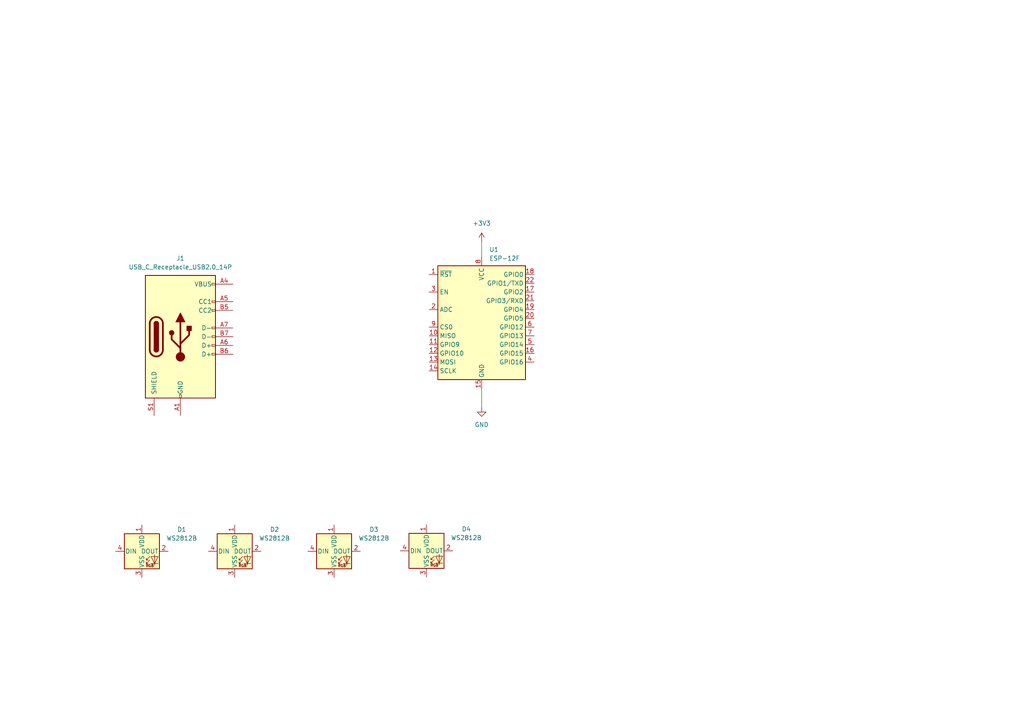
<source format=kicad_sch>
(kicad_sch (version 20231120) (generator "eeschema") (generator_version "8.0")
  (paper "A4")
  (lib_symbols
    (symbol "Connector:USB_C_Receptacle_USB2.0_14P" (pin_names (offset 1.016))
      (property "Reference" "J" (at 0 22.225 0))
      (property "Value" "USB_C_Receptacle_USB2.0_14P" (at 0 19.685 0))
      (symbol "USB_C_Receptacle_USB2.0_14P_0_0"
        (rectangle (start -0.254 -17.78) (end 0.254 -16.764))
        (rectangle (start 10.16 -4.826) (end 9.144 -5.334))
        (rectangle (start 10.16 -2.286) (end 9.144 -2.794))
        (rectangle (start 10.16 0.254) (end 9.144 -0.254))
        (rectangle (start 10.16 2.794) (end 9.144 2.286))
        (rectangle (start 10.16 7.874) (end 9.144 7.366))
        (rectangle (start 10.16 10.414) (end 9.144 9.906))
        (rectangle (start 10.16 15.494) (end 9.144 14.986))
      )
      (symbol "USB_C_Receptacle_USB2.0_14P_0_1"
        (rectangle (start -10.16 17.78) (end 10.16 -17.78) (stroke (width 0.254)) (fill (type background)))
        (arc (start -8.89 -3.81) (mid -6.985 -5.7067) (end -5.08 -3.81) (stroke (width 0.508)))
        (arc (start -7.62 -3.81) (mid -6.985 -4.4423) (end -6.35 -3.81) (stroke (width 0.254)))
        (arc (start -7.62 -3.81) (mid -6.985 -4.4423) (end -6.35 -3.81) (stroke (width 0.254)) (fill (type outline)))
        (rectangle (start -7.62 -3.81) (end -6.35 3.81) (stroke (width 0.254)) (fill (type outline)))
        (arc (start -6.35 3.81) (mid -6.985 4.4423) (end -7.62 3.81) (stroke (width 0.254)))
        (arc (start -6.35 3.81) (mid -6.985 4.4423) (end -7.62 3.81) (stroke (width 0.254)) (fill (type outline)))
        (arc (start -5.08 3.81) (mid -6.985 5.7067) (end -8.89 3.81) (stroke (width 0.508)))
        (circle (center -2.54 1.143) (radius 0.635) (stroke (width 0.254)) (fill (type outline)))
        (circle (center 0 -5.842) (radius 1.27) (fill (type outline)))
        (polyline (pts (xy -8.89 -3.81) (xy -8.89 3.81)) (stroke (width 0.508)))
        (polyline (pts (xy -5.08 3.81) (xy -5.08 -3.81)) (stroke (width 0.508)))
        (polyline (pts (xy 0 -5.842) (xy 0 4.318)) (stroke (width 0.508)))
        (polyline (pts (xy 0 -3.302) (xy -2.54 -0.762) (xy -2.54 0.508)) (stroke (width 0.508)))
        (polyline (pts (xy 0 -2.032) (xy 2.54 0.508) (xy 2.54 1.778)) (stroke (width 0.508)))
        (polyline (pts (xy -1.27 4.318) (xy 0 6.858) (xy 1.27 4.318) (xy -1.27 4.318)) (stroke (width 0.254)) (fill (type outline)))
        (rectangle (start 1.905 1.778) (end 3.175 3.048) (stroke (width 0.254)) (fill (type outline)))
      )
      (symbol "USB_C_Receptacle_USB2.0_14P_1_1"
        (pin passive line (at 0 -22.86 90) (length 5.08) (name "GND") (number "A1"))
        (pin passive line (at 0 -22.86 90) (length 5.08) hide (name "GND") (number "A12"))
        (pin passive line (at 15.24 15.24 180) (length 5.08) (name "VBUS") (number "A4"))
        (pin bidirectional line (at 15.24 10.16 180) (length 5.08) (name "CC1") (number "A5"))
        (pin bidirectional line (at 15.24 -2.54 180) (length 5.08) (name "D+") (number "A6"))
        (pin bidirectional line (at 15.24 2.54 180) (length 5.08) (name "D-") (number "A7"))
        (pin passive line (at 15.24 15.24 180) (length 5.08) hide (name "VBUS") (number "A9"))
        (pin passive line (at 0 -22.86 90) (length 5.08) hide (name "GND") (number "B1"))
        (pin passive line (at 0 -22.86 90) (length 5.08) hide (name "GND") (number "B12"))
        (pin passive line (at 15.24 15.24 180) (length 5.08) hide (name "VBUS") (number "B4"))
        (pin bidirectional line (at 15.24 7.62 180) (length 5.08) (name "CC2") (number "B5"))
        (pin bidirectional line (at 15.24 -5.08 180) (length 5.08) (name "D+") (number "B6"))
        (pin bidirectional line (at 15.24 0 180) (length 5.08) (name "D-") (number "B7"))
        (pin passive line (at 15.24 15.24 180) (length 5.08) hide (name "VBUS") (number "B9"))
        (pin passive line (at -7.62 -22.86 90) (length 5.08) (name "SHIELD") (number "S1"))
      )
    )
    (symbol "LED:WS2812B" (pin_names (offset 0.254))
      (property "Reference" "D" (at 5.08 5.715 0))
      (property "Value" "WS2812B" (at 1.27 -5.715 0))
      (symbol "WS2812B_0_0"
        (text "RGB" (at 2.286 -4.191 0) (effects (font (size 0.762 0.762))))
      )
      (symbol "WS2812B_0_1"
        (polyline (pts (xy 1.27 -3.556) (xy 1.778 -3.556)))
        (polyline (pts (xy 1.27 -2.54) (xy 1.778 -2.54)))
        (polyline (pts (xy 4.699 -3.556) (xy 2.667 -3.556)))
        (polyline (pts (xy 2.286 -2.54) (xy 1.27 -3.556) (xy 1.27 -3.048)))
        (polyline (pts (xy 2.286 -1.524) (xy 1.27 -2.54) (xy 1.27 -2.032)))
        (polyline (pts (xy 3.683 -1.016) (xy 3.683 -3.556) (xy 3.683 -4.064)))
        (polyline (pts (xy 4.699 -1.524) (xy 2.667 -1.524) (xy 3.683 -3.556) (xy 4.699 -1.524)))
        (rectangle (start 5.08 5.08) (end -5.08 -5.08) (stroke (width 0.254)) (fill (type background)))
      )
      (symbol "WS2812B_1_1"
        (pin power_in line (at 0 7.62 270) (length 2.54) (name "VDD") (number "1"))
        (pin output line (at 7.62 0 180) (length 2.54) (name "DOUT") (number "2"))
        (pin power_in line (at 0 -7.62 90) (length 2.54) (name "VSS") (number "3"))
        (pin input line (at -7.62 0 0) (length 2.54) (name "DIN") (number "4"))
      )
    )
    (symbol "RF_Module:ESP-12F"
      (property "Reference" "U" (at -12.7 19.05 0))
      (property "Value" "ESP-12F" (at 12.7 19.05 0))
      (symbol "ESP-12F_0_1"
        (rectangle (start -12.7 17.78) (end 12.7 -15.24) (stroke (width 0.254)) (fill (type background)))
      )
      (symbol "ESP-12F_1_1"
        (pin input line (at -15.24 15.24 0) (length 2.54) (name "~{RST}") (number "1"))
        (pin bidirectional line (at -15.24 -2.54 0) (length 2.54) (name "MISO") (number "10"))
        (pin bidirectional line (at -15.24 -5.08 0) (length 2.54) (name "GPIO9") (number "11"))
        (pin bidirectional line (at -15.24 -7.62 0) (length 2.54) (name "GPIO10") (number "12"))
        (pin bidirectional line (at -15.24 -10.16 0) (length 2.54) (name "MOSI") (number "13"))
        (pin bidirectional line (at -15.24 -12.7 0) (length 2.54) (name "SCLK") (number "14"))
        (pin power_in line (at 0 -17.78 90) (length 2.54) (name "GND") (number "15"))
        (pin bidirectional line (at 15.24 -7.62 180) (length 2.54) (name "GPIO15") (number "16"))
        (pin bidirectional line (at 15.24 10.16 180) (length 2.54) (name "GPIO2") (number "17"))
        (pin bidirectional line (at 15.24 15.24 180) (length 2.54) (name "GPIO0") (number "18"))
        (pin bidirectional line (at 15.24 5.08 180) (length 2.54) (name "GPIO4") (number "19"))
        (pin input line (at -15.24 5.08 0) (length 2.54) (name "ADC") (number "2"))
        (pin bidirectional line (at 15.24 2.54 180) (length 2.54) (name "GPIO5") (number "20"))
        (pin bidirectional line (at 15.24 7.62 180) (length 2.54) (name "GPIO3/RXD") (number "21"))
        (pin bidirectional line (at 15.24 12.7 180) (length 2.54) (name "GPIO1/TXD") (number "22"))
        (pin input line (at -15.24 10.16 0) (length 2.54) (name "EN") (number "3"))
        (pin bidirectional line (at 15.24 -10.16 180) (length 2.54) (name "GPIO16") (number "4"))
        (pin bidirectional line (at 15.24 -5.08 180) (length 2.54) (name "GPIO14") (number "5"))
        (pin bidirectional line (at 15.24 0 180) (length 2.54) (name "GPIO12") (number "6"))
        (pin bidirectional line (at 15.24 -2.54 180) (length 2.54) (name "GPIO13") (number "7"))
        (pin power_in line (at 0 20.32 270) (length 2.54) (name "VCC") (number "8"))
        (pin input line (at -15.24 0 0) (length 2.54) (name "CS0") (number "9"))
      )
    )
    (symbol "power:+3V3" (power) (pin_numbers hide) (pin_names (offset 0) hide)
      (property "Value" "+3V3" (at 0 3.556 0))
      (symbol "+3V3_0_1"
        (polyline (pts (xy -0.762 1.27) (xy 0 2.54)))
        (polyline (pts (xy 0 0) (xy 0 2.54)))
        (polyline (pts (xy 0 2.54) (xy 0.762 1.27)))
      )
      (symbol "+3V3_1_1"
        (pin power_in line (at 0 0 90) (length 0) (name "~") (number "1"))
      )
    )
    (symbol "power:GND" (power) (pin_numbers hide) (pin_names (offset 0) hide)
      (property "Value" "GND" (at 0 -3.81 0))
      (symbol "GND_0_1"
        (polyline (pts (xy 0 0) (xy 0 -1.27) (xy 1.27 -1.27) (xy 0 -2.54) (xy -1.27 -1.27) (xy 0 -1.27)))
      )
      (symbol "GND_1_1"
        (pin power_in line (at 0 0 270) (length 0) (name "~") (number "1"))
      )
    )
  )
  (wire (pts (xy 139.7 112.649) (xy 139.7 118.237)))
  (wire (pts (xy 139.7 70.104) (xy 139.7 74.549)))
  (symbol (lib_id "power:GND") (at 139.7 118.237 0) (unit 1)
    (property "Reference" "#PWR01" (effects (hide yes)))
    (property "Value" "GND" (at 139.7 123.19 0))
    (property "Description" "Power symbol creates a global label with name \"GND\" , ground" (effects (hide yes)))
  )
  (symbol (lib_id "LED:WS2812B") (at 123.698 159.766 0) (unit 1)
    (property "Reference" "D4" (at 135.255 153.4474 0))
    (property "Value" "WS2812B" (at 135.255 155.9874 0))
    (property "Footprint" "LED_SMD:LED_WS2812B_PLCC4_5.0x5.0mm_P3.2mm" (effects (hide yes)))
    (property "Datasheet" "https://cdn-shop.adafruit.com/datasheets/WS2812B.pdf" (effects (hide yes)))
    (property "Description" "RGB LED with integrated controller" (effects (hide yes)))
  )
  (symbol (lib_id "LED:WS2812B") (at 68.072 159.893 0) (unit 1)
    (property "Reference" "D2" (at 79.629 153.5744 0))
    (property "Value" "WS2812B" (at 79.629 156.1144 0))
    (property "Footprint" "LED_SMD:LED_WS2812B_PLCC4_5.0x5.0mm_P3.2mm" (effects (hide yes)))
    (property "Datasheet" "https://cdn-shop.adafruit.com/datasheets/WS2812B.pdf" (effects (hide yes)))
    (property "Description" "RGB LED with integrated controller" (effects (hide yes)))
  )
  (symbol (lib_id "power:+3V3") (at 139.7 70.104 0) (unit 1)
    (property "Reference" "#PWR02" (effects (hide yes)))
    (property "Value" "+3V3" (at 139.7 64.77 0))
    (property "Description" "Power symbol creates a global label with name \"+3V3\"" (effects (hide yes)))
  )
  (symbol (lib_id "RF_Module:ESP-12F") (at 139.7 94.869 0) (unit 1)
    (property "Reference" "U1" (at 141.8941 72.39 0) (effects (justify left)))
    (property "Value" "ESP-12F" (at 141.8941 74.93 0) (effects (justify left)))
    (property "Footprint" "RF_Module:ESP-12E" (effects (hide yes)))
    (property "Datasheet" "http://wiki.ai-thinker.com/_media/esp8266/esp8266_series_modules_user_manual_v1.1.pdf" (effects (hide yes)))
    (property "Description" "802.11 b/g/n Wi-Fi Module" (effects (hide yes)))
  )
  (symbol (lib_id "LED:WS2812B") (at 96.901 159.893 0) (unit 1)
    (property "Reference" "D3" (at 108.458 153.5744 0))
    (property "Value" "WS2812B" (at 108.458 156.1144 0))
    (property "Footprint" "LED_SMD:LED_WS2812B_PLCC4_5.0x5.0mm_P3.2mm" (effects (hide yes)))
    (property "Datasheet" "https://cdn-shop.adafruit.com/datasheets/WS2812B.pdf" (effects (hide yes)))
    (property "Description" "RGB LED with integrated controller" (effects (hide yes)))
  )
  (symbol (lib_id "Connector:USB_C_Receptacle_USB2.0_14P") (at 52.324 97.663 0) (unit 1)
    (property "Reference" "J1" (at 52.324 74.93 0))
    (property "Value" "USB_C_Receptacle_USB2.0_14P" (at 52.324 77.47 0))
    (property "Footprint" "Connector_USB:USB_C_Receptacle_GCT_USB4125-xx-x-0190_6P_TopMnt_Horizontal" (effects (hide yes)))
    (property "Datasheet" "https://www.usb.org/sites/default/files/documents/usb_type-c.zip" (effects (hide yes)))
    (property "Description" "USB 2.0-only 14P Type-C Receptacle connector" (effects (hide yes)))
  )
  (symbol (lib_id "LED:WS2812B") (at 41.148 159.893 0) (unit 1)
    (property "Reference" "D1" (at 52.705 153.5744 0))
    (property "Value" "WS2812B" (at 52.705 156.1144 0))
    (property "Footprint" "LED_SMD:LED_WS2812B_PLCC4_5.0x5.0mm_P3.2mm" (effects (hide yes)))
    (property "Datasheet" "https://cdn-shop.adafruit.com/datasheets/WS2812B.pdf" (effects (hide yes)))
    (property "Description" "RGB LED with integrated controller" (effects (hide yes)))
  )
)
</source>
